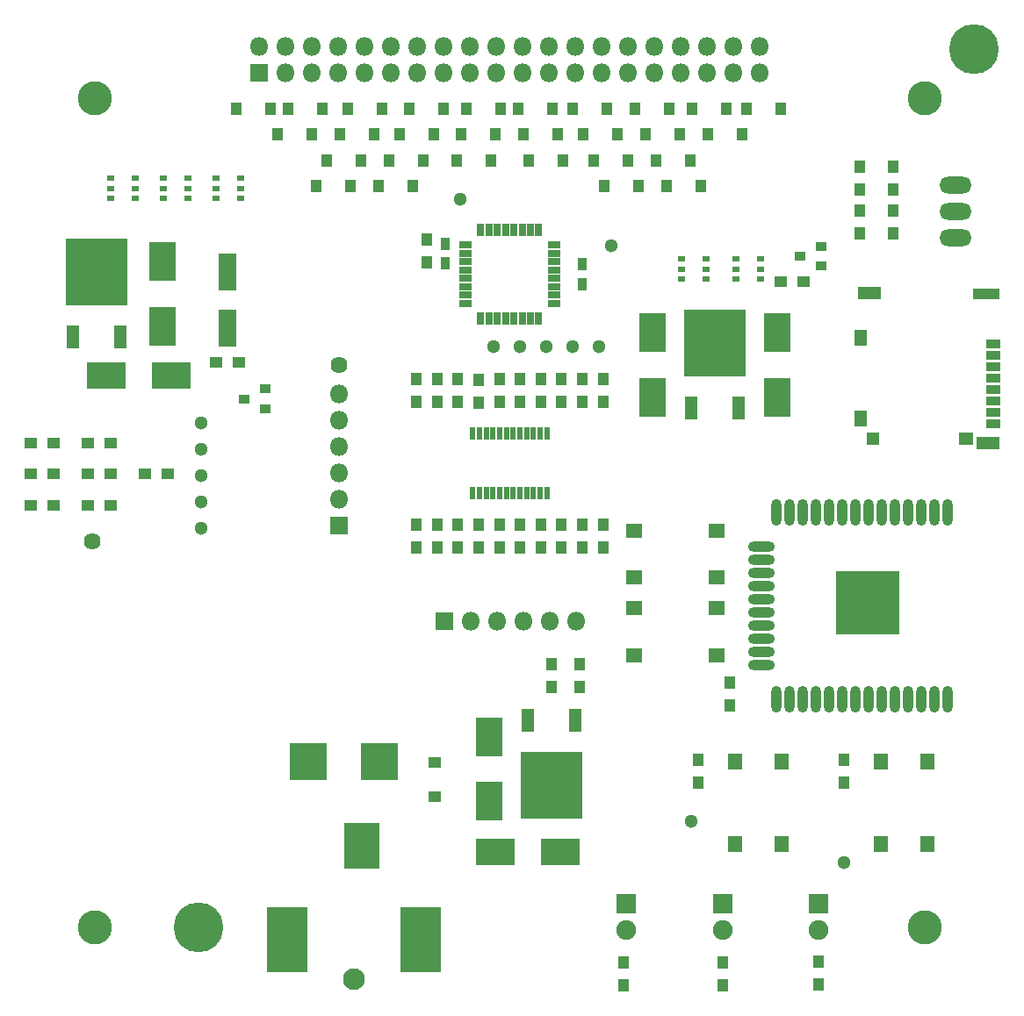
<source format=gbr>
%TF.GenerationSoftware,KiCad,Pcbnew,(5.1.6)-1*%
%TF.CreationDate,2020-09-10T03:51:48+02:00*%
%TF.ProjectId,Esp32TinyTester,45737033-3254-4696-9e79-546573746572,rev?*%
%TF.SameCoordinates,Original*%
%TF.FileFunction,Soldermask,Top*%
%TF.FilePolarity,Negative*%
%FSLAX46Y46*%
G04 Gerber Fmt 4.6, Leading zero omitted, Abs format (unit mm)*
G04 Created by KiCad (PCBNEW (5.1.6)-1) date 2020-09-10 03:51:48*
%MOMM*%
%LPD*%
G01*
G04 APERTURE LIST*
%ADD10C,4.800600*%
%ADD11R,1.800000X1.800000*%
%ADD12O,1.800000X1.800000*%
%ADD13O,1.000000X2.600000*%
%ADD14O,2.600000X1.000000*%
%ADD15R,6.100000X6.100000*%
%ADD16R,1.000000X1.300000*%
%ADD17R,1.400000X1.650000*%
%ADD18C,1.300000*%
%ADD19R,2.600000X1.050000*%
%ADD20R,1.250000X1.600000*%
%ADD21R,2.300000X1.250000*%
%ADD22R,1.350000X1.260000*%
%ADD23R,1.300000X1.260000*%
%ADD24R,1.340000X0.900000*%
%ADD25C,1.624000*%
%ADD26R,0.800000X0.610000*%
%ADD27C,3.300000*%
%ADD28R,3.850000X2.600000*%
%ADD29R,2.600000X3.850000*%
%ADD30R,0.850000X1.300000*%
%ADD31R,1.700000X3.600000*%
%ADD32R,1.300000X1.000000*%
%ADD33R,3.600000X3.600000*%
%ADD34C,1.900000*%
%ADD35R,1.900000X1.900000*%
%ADD36C,2.100000*%
%ADD37R,4.000000X6.300000*%
%ADD38R,3.400000X4.500000*%
%ADD39O,3.110000X1.610000*%
%ADD40R,1.650000X1.400000*%
%ADD41R,1.000000X0.900000*%
%ADD42R,1.300000X2.300000*%
%ADD43R,5.900000X6.500000*%
%ADD44R,0.500000X1.200000*%
%ADD45R,0.700000X1.300000*%
%ADD46R,1.300000X0.700000*%
G04 APERTURE END LIST*
D10*
X70000000Y-140000000D03*
X144750000Y-55250000D03*
D11*
X75870000Y-57540000D03*
D12*
X75870000Y-55000000D03*
X78410000Y-57540000D03*
X78410000Y-55000000D03*
X80950000Y-57540000D03*
X80950000Y-55000000D03*
X83490000Y-57540000D03*
X83490000Y-55000000D03*
X86030000Y-57540000D03*
X86030000Y-55000000D03*
X88570000Y-57540000D03*
X88570000Y-55000000D03*
X91110000Y-57540000D03*
X91110000Y-55000000D03*
X93650000Y-57540000D03*
X93650000Y-55000000D03*
X96190000Y-57540000D03*
X96190000Y-55000000D03*
X98730000Y-57540000D03*
X98730000Y-55000000D03*
X101270000Y-57540000D03*
X101270000Y-55000000D03*
X103810000Y-57540000D03*
X103810000Y-55000000D03*
X106350000Y-57540000D03*
X106350000Y-55000000D03*
X108890000Y-57540000D03*
X108890000Y-55000000D03*
X111430000Y-57540000D03*
X111430000Y-55000000D03*
X113970000Y-57540000D03*
X113970000Y-55000000D03*
X116510000Y-57540000D03*
X116510000Y-55000000D03*
X119050000Y-57540000D03*
X119050000Y-55000000D03*
X121590000Y-57540000D03*
X121590000Y-55000000D03*
X124130000Y-57540000D03*
X124130000Y-55000000D03*
D13*
X142250000Y-118000000D03*
X140980000Y-118000000D03*
X139710000Y-118000000D03*
X138440000Y-118000000D03*
X137170000Y-118000000D03*
X135900000Y-118000000D03*
X134630000Y-118000000D03*
X133360000Y-118000000D03*
X132090000Y-118000000D03*
X130820000Y-118000000D03*
X129550000Y-118000000D03*
X128280000Y-118000000D03*
X127010000Y-118000000D03*
X125740000Y-118000000D03*
D14*
X124250000Y-114715000D03*
X124250000Y-113445000D03*
X124250000Y-112175000D03*
X124250000Y-110905000D03*
X124250000Y-109635000D03*
X124250000Y-108365000D03*
X124250000Y-107095000D03*
X124250000Y-105825000D03*
X124250000Y-104555000D03*
X124250000Y-103285000D03*
D13*
X125740000Y-100000000D03*
X127010000Y-100000000D03*
X128280000Y-100000000D03*
X129550000Y-100000000D03*
X130820000Y-100000000D03*
X132090000Y-100000000D03*
X133360000Y-100000000D03*
X134630000Y-100000000D03*
X135900000Y-100000000D03*
X137170000Y-100000000D03*
X138440000Y-100000000D03*
X139710000Y-100000000D03*
X140980000Y-100000000D03*
X142250000Y-100000000D03*
D15*
X134550000Y-108700000D03*
D16*
X118200000Y-123900000D03*
X118200000Y-126100000D03*
X132200000Y-123900000D03*
X132200000Y-126100000D03*
D17*
X121750000Y-124020000D03*
X126250000Y-124020000D03*
X126250000Y-131980000D03*
X121750000Y-131980000D03*
X135750000Y-124020000D03*
X140250000Y-124020000D03*
X140250000Y-131980000D03*
X135750000Y-131980000D03*
D18*
X132250000Y-133750000D03*
X117500000Y-129750000D03*
D19*
X145975000Y-78930000D03*
D20*
X133850000Y-90940000D03*
D21*
X134644999Y-78855000D03*
D20*
X133849999Y-83160001D03*
D21*
X146125000Y-93320000D03*
D22*
X143975000Y-92915000D03*
D23*
X134975000Y-92915000D03*
D24*
X146605000Y-83750000D03*
X146605000Y-84850000D03*
X146605000Y-85950000D03*
X146605000Y-87050000D03*
X146605000Y-88150000D03*
X146605000Y-89250000D03*
X146605000Y-90350000D03*
X146605000Y-91450000D03*
D18*
X70250000Y-91350000D03*
X70250000Y-96430000D03*
X70250000Y-93890000D03*
X70250000Y-98970000D03*
X70250000Y-101500000D03*
X109750000Y-74250000D03*
X95250000Y-69750000D03*
X98460000Y-83960000D03*
X101000000Y-83960000D03*
X103540000Y-83960000D03*
X106080000Y-83960000D03*
X108620000Y-83960000D03*
D25*
X83500000Y-85750000D03*
X59750000Y-102750000D03*
D16*
X81350000Y-68500000D03*
X84650000Y-68500000D03*
X92000000Y-75850000D03*
X92000000Y-73650000D03*
X115400000Y-61000000D03*
X112100000Y-61000000D03*
X122400000Y-63500000D03*
X119100000Y-63500000D03*
X109100000Y-68500000D03*
X112400000Y-68500000D03*
D26*
X116590000Y-75550000D03*
X116590000Y-76500000D03*
X116590000Y-77450000D03*
X118910000Y-77450000D03*
X118910000Y-76500000D03*
X118910000Y-75550000D03*
X61540000Y-67770000D03*
X61540000Y-68720000D03*
X61540000Y-69670000D03*
X63860000Y-69670000D03*
X63860000Y-68720000D03*
X63860000Y-67770000D03*
D27*
X60000000Y-140000000D03*
X140000000Y-140000000D03*
X140000000Y-60000000D03*
X60000000Y-60000000D03*
D28*
X67375000Y-86750000D03*
X61125000Y-86750000D03*
D29*
X66500000Y-75755000D03*
X66500000Y-82005000D03*
X98000000Y-121625000D03*
X98000000Y-127875000D03*
X125750000Y-88875000D03*
X125750000Y-82625000D03*
D30*
X107000000Y-76050000D03*
X107000000Y-77950000D03*
X93750000Y-74050000D03*
X93750000Y-75950000D03*
D28*
X98625000Y-132750000D03*
X104875000Y-132750000D03*
D29*
X113750000Y-88875000D03*
X113750000Y-82625000D03*
D31*
X72750000Y-76800000D03*
X72750000Y-82200000D03*
D32*
X92750000Y-124100000D03*
X92750000Y-127400000D03*
D16*
X85650000Y-66000000D03*
X82350000Y-66000000D03*
X88350000Y-66000000D03*
X91650000Y-66000000D03*
X98650000Y-63500000D03*
X95350000Y-63500000D03*
X78600000Y-61000000D03*
X81900000Y-61000000D03*
X90650000Y-68500000D03*
X87350000Y-68500000D03*
X93650000Y-61000000D03*
X90350000Y-61000000D03*
X80900000Y-63500000D03*
X77600000Y-63500000D03*
X86900000Y-63500000D03*
X83600000Y-63500000D03*
X92650000Y-63500000D03*
X89350000Y-63500000D03*
X95850000Y-61000000D03*
X99150000Y-61000000D03*
X108100000Y-66000000D03*
X111400000Y-66000000D03*
X84350000Y-61000000D03*
X87650000Y-61000000D03*
X114100000Y-66000000D03*
X117400000Y-66000000D03*
X110400000Y-63500000D03*
X107100000Y-63500000D03*
X100850000Y-61000000D03*
X104150000Y-61000000D03*
X104650000Y-63500000D03*
X101350000Y-63500000D03*
X117600000Y-61000000D03*
X120900000Y-61000000D03*
X109400000Y-61000000D03*
X106100000Y-61000000D03*
X116400000Y-63500000D03*
X113100000Y-63500000D03*
X94850000Y-66000000D03*
X98150000Y-66000000D03*
X73600000Y-61000000D03*
X76900000Y-61000000D03*
X118400000Y-68500000D03*
X115100000Y-68500000D03*
X105150000Y-66000000D03*
X101850000Y-66000000D03*
X126150000Y-61000000D03*
X122850000Y-61000000D03*
D33*
X87400000Y-124000000D03*
X80600000Y-124000000D03*
D34*
X111250000Y-140290000D03*
D35*
X111250000Y-137750000D03*
D36*
X85000000Y-145000000D03*
D37*
X91450000Y-141200000D03*
X78550000Y-141200000D03*
D38*
X85700000Y-132200000D03*
D12*
X106370000Y-110500000D03*
X103830000Y-110500000D03*
X101290000Y-110500000D03*
X98750000Y-110500000D03*
X96210000Y-110500000D03*
D11*
X93670000Y-110500000D03*
X83500000Y-101250000D03*
D12*
X83500000Y-98710000D03*
X83500000Y-96170000D03*
X83500000Y-93630000D03*
X83500000Y-91090000D03*
X83500000Y-88550000D03*
D39*
X143000000Y-73500000D03*
X143000000Y-70960000D03*
X143000000Y-68420000D03*
D35*
X129750000Y-137750000D03*
D34*
X129750000Y-140290000D03*
D40*
X119980000Y-113750000D03*
X119980000Y-109250000D03*
X112020000Y-109250000D03*
X112020000Y-113750000D03*
X119980000Y-101750000D03*
X119980000Y-106250000D03*
X112020000Y-106250000D03*
X112020000Y-101750000D03*
D26*
X68940000Y-67770000D03*
X68940000Y-68720000D03*
X68940000Y-69670000D03*
X66620000Y-69670000D03*
X66620000Y-68720000D03*
X66620000Y-67770000D03*
X71700000Y-67770000D03*
X71700000Y-68720000D03*
X71700000Y-69670000D03*
X74020000Y-69670000D03*
X74020000Y-68720000D03*
X74020000Y-67770000D03*
D41*
X74400000Y-89040000D03*
X76400000Y-88090000D03*
X76400000Y-89990000D03*
D26*
X121840000Y-75550000D03*
X121840000Y-76500000D03*
X121840000Y-77450000D03*
X124160000Y-77450000D03*
X124160000Y-76500000D03*
X124160000Y-75550000D03*
D41*
X130000000Y-76200000D03*
X130000000Y-74300000D03*
X128000000Y-75250000D03*
D32*
X53860000Y-93280000D03*
X56060000Y-93280000D03*
X61560000Y-93280000D03*
X59360000Y-93280000D03*
X56060000Y-96280000D03*
X53860000Y-96280000D03*
X59360000Y-96280000D03*
X61560000Y-96280000D03*
X56060000Y-99280000D03*
X53860000Y-99280000D03*
X59360000Y-99280000D03*
X61560000Y-99280000D03*
X67060000Y-96280000D03*
X64860000Y-96280000D03*
D16*
X106750000Y-114650000D03*
X106750000Y-116850000D03*
X104000000Y-114650000D03*
X104000000Y-116850000D03*
X133750000Y-68850000D03*
X133750000Y-66650000D03*
X133750000Y-73100000D03*
X133750000Y-70900000D03*
X137000000Y-70900000D03*
X137000000Y-73100000D03*
D32*
X73850000Y-85500000D03*
X71650000Y-85500000D03*
D16*
X137000000Y-66650000D03*
X137000000Y-68850000D03*
X121250000Y-116400000D03*
X121250000Y-118600000D03*
X93000000Y-101150000D03*
X93000000Y-103350000D03*
X95000000Y-103350000D03*
X95000000Y-101150000D03*
X97000000Y-101150000D03*
X97000000Y-103350000D03*
X129750000Y-143300000D03*
X129750000Y-145500000D03*
X111000000Y-143400000D03*
X111000000Y-145600000D03*
X120500000Y-143400000D03*
X120500000Y-145600000D03*
X99000000Y-103350000D03*
X99000000Y-101150000D03*
X91000000Y-101150000D03*
X91000000Y-103350000D03*
X101000000Y-101150000D03*
X101000000Y-103350000D03*
X103000000Y-103350000D03*
X103000000Y-101150000D03*
X105000000Y-101150000D03*
X105000000Y-103350000D03*
X107000000Y-103350000D03*
X107000000Y-101150000D03*
X109000000Y-101150000D03*
X109000000Y-103350000D03*
X91000000Y-87150000D03*
X91000000Y-89350000D03*
X93000000Y-89350000D03*
X93000000Y-87150000D03*
X94990000Y-87150000D03*
X94990000Y-89350000D03*
X96980000Y-87180000D03*
X96980000Y-89380000D03*
X99000000Y-89350000D03*
X99000000Y-87150000D03*
X101000000Y-87150000D03*
X101000000Y-89350000D03*
X103000000Y-89350000D03*
X103000000Y-87150000D03*
X105000000Y-87150000D03*
X105000000Y-89350000D03*
X107000000Y-89350000D03*
X107000000Y-87150000D03*
X109000000Y-89350000D03*
X109000000Y-87150000D03*
D32*
X128350000Y-77750000D03*
X126150000Y-77750000D03*
D34*
X120500000Y-140290000D03*
D35*
X120500000Y-137750000D03*
D42*
X57880000Y-83080000D03*
X62440000Y-83080000D03*
D43*
X60160000Y-76780000D03*
D42*
X117470000Y-89950000D03*
X122030000Y-89950000D03*
D43*
X119750000Y-83650000D03*
D44*
X96425000Y-98100000D03*
X97075000Y-98100000D03*
X97725000Y-98100000D03*
X98375000Y-98100000D03*
X99025000Y-98100000D03*
X99675000Y-98100000D03*
X100325000Y-98100000D03*
X100975000Y-98100000D03*
X101625000Y-98100000D03*
X102275000Y-98100000D03*
X102925000Y-98100000D03*
X103575000Y-98100000D03*
X103575000Y-92400000D03*
X102925000Y-92400000D03*
X102275000Y-92400000D03*
X101625000Y-92400000D03*
X100975000Y-92400000D03*
X100325000Y-92400000D03*
X99675000Y-92400000D03*
X99025000Y-92400000D03*
X98375000Y-92400000D03*
X97725000Y-92400000D03*
X97075000Y-92400000D03*
X96425000Y-92400000D03*
D45*
X102800000Y-81250000D03*
X102000000Y-81250000D03*
X101200000Y-81250000D03*
X100400000Y-81250000D03*
X99600000Y-81250000D03*
X98800000Y-81250000D03*
X98000000Y-81250000D03*
X97200000Y-81250000D03*
D46*
X95750000Y-79800000D03*
X95750000Y-79000000D03*
X95750000Y-78200000D03*
X95750000Y-77400000D03*
X95750000Y-76600000D03*
X95750000Y-75800000D03*
X95750000Y-75000000D03*
X95750000Y-74200000D03*
D45*
X97200000Y-72750000D03*
X98000000Y-72750000D03*
X98800000Y-72750000D03*
X99600000Y-72750000D03*
X100400000Y-72750000D03*
X101200000Y-72750000D03*
X102000000Y-72750000D03*
X102800000Y-72750000D03*
D46*
X104250000Y-74200000D03*
X104250000Y-75000000D03*
X104250000Y-75800000D03*
X104250000Y-76600000D03*
X104250000Y-77400000D03*
X104250000Y-78200000D03*
X104250000Y-79000000D03*
X104250000Y-79800000D03*
D43*
X104000000Y-126350000D03*
D42*
X101720000Y-120050000D03*
X106280000Y-120050000D03*
M02*

</source>
